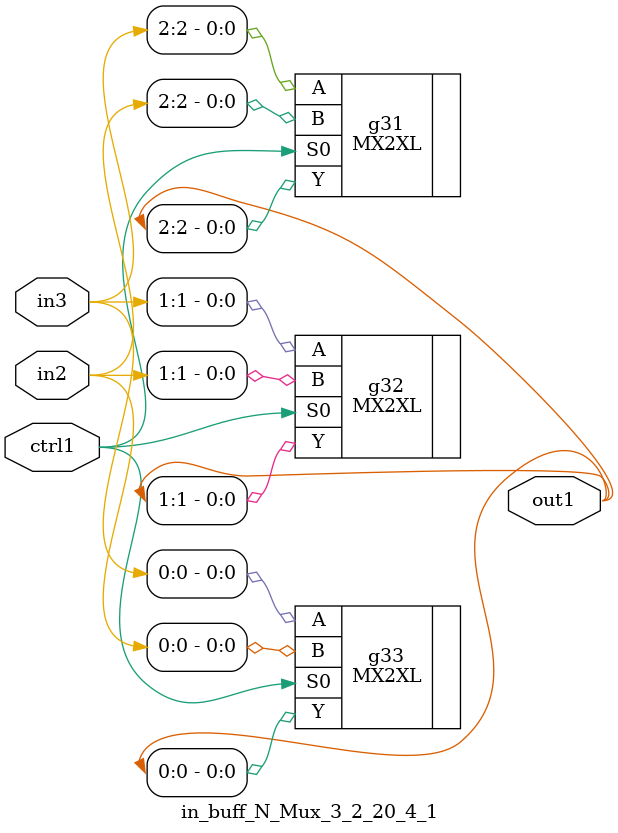
<source format=v>
`timescale 1ps / 1ps


module in_buff_N_Mux_3_2_20_4_1(in3, in2, ctrl1, out1);
  input [2:0] in3, in2;
  input ctrl1;
  output [2:0] out1;
  wire [2:0] in3, in2;
  wire ctrl1;
  wire [2:0] out1;
  MX2XL g31(.A (in3[2]), .B (in2[2]), .S0 (ctrl1), .Y (out1[2]));
  MX2XL g32(.A (in3[1]), .B (in2[1]), .S0 (ctrl1), .Y (out1[1]));
  MX2XL g33(.A (in3[0]), .B (in2[0]), .S0 (ctrl1), .Y (out1[0]));
endmodule



</source>
